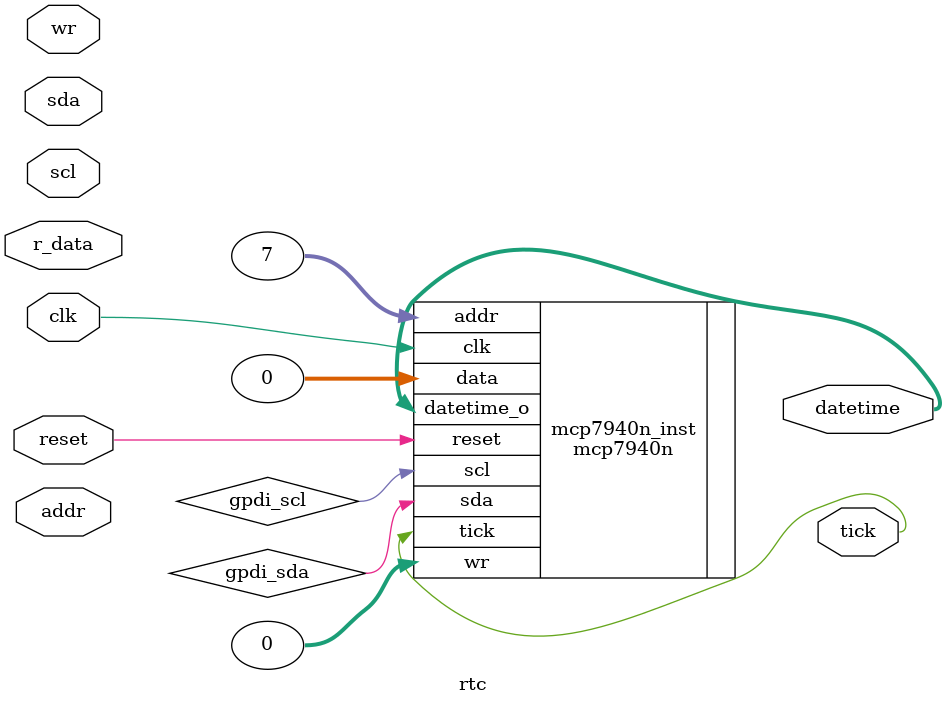
<source format=v>
module rtc
(
  input  clk,        // System clock, wr_ctrl should be synchronous to this
  input  reset,      // 1:reset - puts I2C bus into idle state
  input  wr,
  input  [2:0] addr,
  input  [7:0] r_data,
  output tick,       // ticks every second -> 1: datetime_o is valid
  output [55:0] datetime, // BCD {YY,MM,DD, WD, HH,MM,SS}
  inout  sda,        // I2C Serial data line, pulled high at board level
  inout  scl         // I2C Serial clock line, pulled high at board level
);
  mcp7940n
  #(
    .c_clk_mhz(25),
    .c_slow_bits(18)
  )
  mcp7940n_inst
  (
    .clk(clk),
    .reset(reset),
    .wr(0),
    .addr(7),
    .data(0),
    .tick(tick),
    .datetime_o(datetime),
    .sda(gpdi_sda),
    .scl(gpdi_scl)
  );

endmodule

</source>
